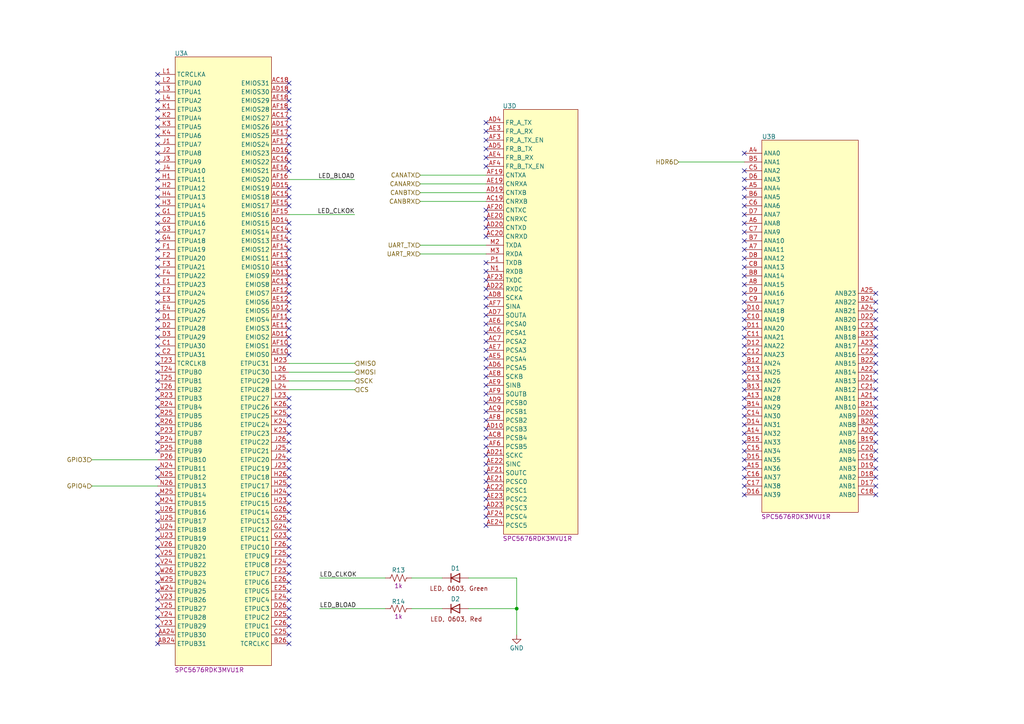
<source format=kicad_sch>
(kicad_sch (version 20231120) (generator "eeschema") (generator_version "8.0")
  (paper "A4")
  (lib_symbols
    (symbol "0603_Yageo_Res:RES_1k_0603" (pin_numbers hide)
      (property "Reference" "R" (at -20.32 5.08 0))
      (property "Display Value" "1k" (at 15.24 5.08 0))
      (symbol "RES_1k_0603_0_1"
        (polyline (pts (xy -2.286 0) (xy -2.54 0)))
        (polyline (pts (xy 2.286 0) (xy 2.54 0)))
        (polyline (pts (xy -2.286 0) (xy -1.905 1.016) (xy -1.524 0) (xy -1.143 -1.016) (xy -0.762 0)))
        (polyline (pts (xy -0.762 0) (xy -0.381 1.016) (xy 0 0) (xy 0.381 -1.016) (xy 0.762 0)))
        (polyline (pts (xy 0.762 0) (xy 1.143 1.016) (xy 1.524 0) (xy 1.905 -1.016) (xy 2.286 0)))
      )
      (symbol "RES_1k_0603_1_1"
        (pin passive line (at -3.81 0 0) (length 1.27) (name "~") (number "1"))
        (pin passive line (at 3.81 0 180) (length 1.27) (name "~") (number "2"))
      )
    )
    (symbol "NAE_Diodes:APT1608SRCPRV_Green" (pin_numbers hide)
      (property "Reference" "D" (at 0 2.794 0))
      (symbol "APT1608SRCPRV_Green_0_1"
        (polyline (pts (xy -5.842 -2.286) (xy -5.842 -2.286)))
        (polyline (pts (xy -1.27 1.27) (xy -1.27 -1.27)) (stroke (width 0.254)))
        (polyline (pts (xy 1.27 0) (xy -1.27 0)))
        (polyline (pts (xy 1.27 1.27) (xy 1.27 -1.27) (xy -1.27 0) (xy 1.27 1.27)) (stroke (width 0.254)))
      )
      (symbol "APT1608SRCPRV_Green_1_1"
        (text "LED, 0603, Green\n" (at 1.016 -3.048 0) (effects (font (size 1.27 1.27))))
        (pin passive line (at -3.81 0 0) (length 2.54) (name "") (number "1"))
        (pin passive line (at 3.81 0 180) (length 2.54) (name "") (number "2"))
      )
    )
    (symbol "NAE_Diodes:APT1608SRCPRV_Red" (pin_numbers hide)
      (property "Reference" "D" (at 0 2.794 0))
      (symbol "APT1608SRCPRV_Red_0_1"
        (polyline (pts (xy -6.604 -2.286) (xy -6.604 -2.286)))
        (polyline (pts (xy -1.27 1.27) (xy -1.27 -1.27)) (stroke (width 0.254)))
        (polyline (pts (xy 1.27 0) (xy -1.27 0)))
        (polyline (pts (xy 1.27 1.27) (xy 1.27 -1.27) (xy -1.27 0) (xy 1.27 1.27)) (stroke (width 0.254)))
      )
      (symbol "APT1608SRCPRV_Red_1_1"
        (text "LED, 0603, Red" (at 0.254 -3.048 0) (effects (font (size 1.27 1.27))))
        (pin passive line (at -3.81 0 0) (length 2.54) (name "") (number "1"))
        (pin passive line (at 3.81 0 180) (length 2.54) (name "") (number "2"))
      )
    )
    (symbol "NAE_Integrated_Circuits:SPC5676RDK3MVU1R"
      (property "Reference" "U" (at -12.7 6.35 0))
      (property "Display Value" "SPC5676RDK3MVU1R" (at -3.81 -172.72 0))
      (symbol "SPC5676RDK3MVU1R_1_1"
        (rectangle (start -13.97 5.08) (end 13.97 -171.45) (fill (type background)))
        (pin unspecified line (at -19.05 -162.56 0) (length 5.08) (name "ETPUB30") (number "AA24"))
        (pin unspecified line (at -19.05 -165.1 0) (length 5.08) (name "ETPUB31") (number "AB24"))
        (pin unspecified line (at 19.05 -60.96 180) (length 5.08) (name "EMIOS8") (number "AC13"))
        (pin unspecified line (at 19.05 -45.72 180) (length 5.08) (name "EMIOS14") (number "AC14"))
        (pin unspecified line (at 19.05 -35.56 180) (length 5.08) (name "EMIOS18") (number "AC15"))
        (pin unspecified line (at 19.05 -25.4 180) (length 5.08) (name "EMIOS22") (number "AC16"))
        (pin unspecified line (at 19.05 -12.7 180) (length 5.08) (name "EMIOS27") (number "AC17"))
        (pin unspecified line (at 19.05 -2.54 180) (length 5.08) (name "EMIOS31") (number "AC18"))
        (pin unspecified line (at 19.05 -76.2 180) (length 5.08) (name "EMIOS2") (number "AD11"))
        (pin unspecified line (at 19.05 -68.58 180) (length 5.08) (name "EMIOS5") (number "AD12"))
        (pin unspecified line (at 19.05 -58.42 180) (length 5.08) (name "EMIOS9") (number "AD13"))
        (pin unspecified line (at 19.05 -43.18 180) (length 5.08) (name "EMIOS15") (number "AD14"))
        (pin unspecified line (at 19.05 -33.02 180) (length 5.08) (name "EMIOS19") (number "AD15"))
        (pin unspecified line (at 19.05 -22.86 180) (length 5.08) (name "EMIOS23") (number "AD16"))
        (pin unspecified line (at 19.05 -15.24 180) (length 5.08) (name "EMIOS26") (number "AD17"))
        (pin unspecified line (at 19.05 -5.08 180) (length 5.08) (name "EMIOS30") (number "AD18"))
        (pin unspecified line (at 19.05 -81.28 180) (length 5.08) (name "EMIOS0") (number "AE10"))
        (pin unspecified line (at 19.05 -73.66 180) (length 5.08) (name "EMIOS3") (number "AE11"))
        (pin unspecified line (at 19.05 -66.04 180) (length 5.08) (name "EMIOS6") (number "AE12"))
        (pin unspecified line (at 19.05 -55.88 180) (length 5.08) (name "EMIOS10") (number "AE13"))
        (pin unspecified line (at 19.05 -48.26 180) (length 5.08) (name "EMIOS13") (number "AE14"))
        (pin unspecified line (at 19.05 -38.1 180) (length 5.08) (name "EMIOS17") (number "AE15"))
        (pin unspecified line (at 19.05 -27.94 180) (length 5.08) (name "EMIOS21") (number "AE16"))
        (pin unspecified line (at 19.05 -17.78 180) (length 5.08) (name "EMIOS25") (number "AE17"))
        (pin unspecified line (at 19.05 -7.62 180) (length 5.08) (name "EMIOS29") (number "AE18"))
        (pin unspecified line (at 19.05 -78.74 180) (length 5.08) (name "EMIOS1") (number "AF10"))
        (pin unspecified line (at 19.05 -71.12 180) (length 5.08) (name "EMIOS4") (number "AF11"))
        (pin unspecified line (at 19.05 -63.5 180) (length 5.08) (name "EMIOS7") (number "AF12"))
        (pin unspecified line (at 19.05 -53.34 180) (length 5.08) (name "EMIOS11") (number "AF13"))
        (pin unspecified line (at 19.05 -50.8 180) (length 5.08) (name "EMIOS12") (number "AF14"))
        (pin unspecified line (at 19.05 -40.64 180) (length 5.08) (name "EMIOS16") (number "AF15"))
        (pin unspecified line (at 19.05 -30.48 180) (length 5.08) (name "EMIOS20") (number "AF16"))
        (pin unspecified line (at 19.05 -20.32 180) (length 5.08) (name "EMIOS24") (number "AF17"))
        (pin unspecified line (at 19.05 -10.16 180) (length 5.08) (name "EMIOS28") (number "AF18"))
        (pin unspecified line (at 19.05 -165.1 180) (length 5.08) (name "TCRCLKC") (number "B26"))
        (pin unspecified line (at -19.05 -78.74 0) (length 5.08) (name "ETPUA30") (number "C1"))
        (pin unspecified line (at -19.05 -81.28 0) (length 5.08) (name "ETPUA31") (number "C2"))
        (pin unspecified line (at 19.05 -162.56 180) (length 5.08) (name "ETPUC0") (number "C25"))
        (pin unspecified line (at 19.05 -160.02 180) (length 5.08) (name "ETPUC1") (number "C26"))
        (pin unspecified line (at -19.05 -71.12 0) (length 5.08) (name "ETPUA27") (number "D1"))
        (pin unspecified line (at -19.05 -73.66 0) (length 5.08) (name "ETPUA28") (number "D2"))
        (pin unspecified line (at 19.05 -157.48 180) (length 5.08) (name "ETPUC2") (number "D25"))
        (pin unspecified line (at 19.05 -154.94 180) (length 5.08) (name "ETPUC3") (number "D26"))
        (pin unspecified line (at -19.05 -76.2 0) (length 5.08) (name "ETPUA29") (number "D3"))
        (pin unspecified line (at -19.05 -60.96 0) (length 5.08) (name "ETPUA23") (number "E1"))
        (pin unspecified line (at -19.05 -63.5 0) (length 5.08) (name "ETPUA24") (number "E2"))
        (pin unspecified line (at 19.05 -152.4 180) (length 5.08) (name "ETPUC4") (number "E24"))
        (pin unspecified line (at 19.05 -149.86 180) (length 5.08) (name "ETPUC5") (number "E25"))
        (pin unspecified line (at 19.05 -147.32 180) (length 5.08) (name "ETPUC6") (number "E26"))
        (pin unspecified line (at -19.05 -66.04 0) (length 5.08) (name "ETPUA25") (number "E3"))
        (pin unspecified line (at -19.05 -68.58 0) (length 5.08) (name "ETPUA26") (number "E4"))
        (pin unspecified line (at -19.05 -50.8 0) (length 5.08) (name "ETPUA19") (number "F1"))
        (pin unspecified line (at -19.05 -53.34 0) (length 5.08) (name "ETPUA20") (number "F2"))
        (pin unspecified line (at 19.05 -144.78 180) (length 5.08) (name "ETPUC7") (number "F23"))
        (pin unspecified line (at 19.05 -142.24 180) (length 5.08) (name "ETPUC8") (number "F24"))
        (pin unspecified line (at 19.05 -139.7 180) (length 5.08) (name "ETPUC9") (number "F25"))
        (pin unspecified line (at 19.05 -137.16 180) (length 5.08) (name "ETPUC10") (number "F26"))
        (pin unspecified line (at -19.05 -55.88 0) (length 5.08) (name "ETPUA21") (number "F3"))
        (pin unspecified line (at -19.05 -58.42 0) (length 5.08) (name "ETPUA22") (number "F4"))
        (pin unspecified line (at -19.05 -40.64 0) (length 5.08) (name "ETPUA15") (number "G1"))
        (pin unspecified line (at -19.05 -43.18 0) (length 5.08) (name "ETPUA16") (number "G2"))
        (pin unspecified line (at 19.05 -134.62 180) (length 5.08) (name "ETPUC11") (number "G23"))
        (pin unspecified line (at 19.05 -132.08 180) (length 5.08) (name "ETPUC12") (number "G24"))
        (pin unspecified line (at 19.05 -129.54 180) (length 5.08) (name "ETPUC13") (number "G25"))
        (pin unspecified line (at 19.05 -127 180) (length 5.08) (name "ETPUC14") (number "G26"))
        (pin unspecified line (at -19.05 -45.72 0) (length 5.08) (name "ETPUA17") (number "G3"))
        (pin unspecified line (at -19.05 -48.26 0) (length 5.08) (name "ETPUA18") (number "G4"))
        (pin unspecified line (at -19.05 -30.48 0) (length 5.08) (name "ETPUA11") (number "H1"))
        (pin unspecified line (at -19.05 -33.02 0) (length 5.08) (name "ETPUA12") (number "H2"))
        (pin unspecified line (at 19.05 -124.46 180) (length 5.08) (name "ETPUC15") (number "H23"))
        (pin unspecified line (at 19.05 -121.92 180) (length 5.08) (name "ETPUC16") (number "H24"))
        (pin unspecified line (at 19.05 -119.38 180) (length 5.08) (name "ETPUC17") (number "H25"))
        (pin unspecified line (at 19.05 -116.84 180) (length 5.08) (name "ETPUC18") (number "H26"))
        (pin unspecified line (at -19.05 -38.1 0) (length 5.08) (name "ETPUA14") (number "H3"))
        (pin unspecified line (at -19.05 -35.56 0) (length 5.08) (name "ETPUA13") (number "H4"))
        (pin unspecified line (at -19.05 -20.32 0) (length 5.08) (name "ETPUA7") (number "J1"))
        (pin unspecified line (at -19.05 -22.86 0) (length 5.08) (name "ETPUA8") (number "J2"))
        (pin unspecified line (at 19.05 -114.3 180) (length 5.08) (name "ETPUC19") (number "J23"))
        (pin unspecified line (at 19.05 -111.76 180) (length 5.08) (name "ETPUC20") (number "J24"))
        (pin unspecified line (at 19.05 -109.22 180) (length 5.08) (name "ETPUC21") (number "J25"))
        (pin unspecified line (at 19.05 -106.68 180) (length 5.08) (name "ETPUC22") (number "J26"))
        (pin unspecified line (at -19.05 -25.4 0) (length 5.08) (name "ETPUA9") (number "J3"))
        (pin unspecified line (at -19.05 -27.94 0) (length 5.08) (name "ETPUA10") (number "J4"))
        (pin unspecified line (at -19.05 -10.16 0) (length 5.08) (name "ETPUA3") (number "K1"))
        (pin unspecified line (at -19.05 -12.7 0) (length 5.08) (name "ETPUA4") (number "K2"))
        (pin unspecified line (at 19.05 -104.14 180) (length 5.08) (name "ETPUC23") (number "K23"))
        (pin unspecified line (at 19.05 -101.6 180) (length 5.08) (name "ETPUC24") (number "K24"))
        (pin unspecified line (at 19.05 -99.06 180) (length 5.08) (name "ETPUC25") (number "K25"))
        (pin unspecified line (at 19.05 -96.52 180) (length 5.08) (name "ETPUC26") (number "K26"))
        (pin unspecified line (at -19.05 -15.24 0) (length 5.08) (name "ETPUA5") (number "K3"))
        (pin unspecified line (at -19.05 -17.78 0) (length 5.08) (name "ETPUA6") (number "K4"))
        (pin unspecified line (at -19.05 0 0) (length 5.08) (name "TCRCLKA") (number "L1"))
        (pin unspecified line (at -19.05 -2.54 0) (length 5.08) (name "ETPUA0") (number "L2"))
        (pin unspecified line (at 19.05 -93.98 180) (length 5.08) (name "ETPUC27") (number "L23"))
        (pin unspecified line (at 19.05 -91.44 180) (length 5.08) (name "ETPUC28") (number "L24"))
        (pin unspecified line (at 19.05 -88.9 180) (length 5.08) (name "ETPUC29") (number "L25"))
        (pin unspecified line (at 19.05 -86.36 180) (length 5.08) (name "ETPUC30") (number "L26"))
        (pin unspecified line (at -19.05 -5.08 0) (length 5.08) (name "ETPUA1") (number "L3"))
        (pin unspecified line (at -19.05 -7.62 0) (length 5.08) (name "ETPUA2") (number "L4"))
        (pin unspecified line (at 19.05 -83.82 180) (length 5.08) (name "ETPUC31") (number "M23"))
        (pin unspecified line (at -19.05 -124.46 0) (length 5.08) (name "ETPUB15") (number "M24"))
        (pin unspecified line (at -19.05 -121.92 0) (length 5.08) (name "ETPUB14") (number "M25"))
        (pin unspecified line (at -19.05 -114.3 0) (length 5.08) (name "ETPUB11") (number "N24"))
        (pin unspecified line (at -19.05 -116.84 0) (length 5.08) (name "ETPUB12") (number "N25"))
        (pin unspecified line (at -19.05 -119.38 0) (length 5.08) (name "ETPUB13") (number "N26"))
        (pin unspecified line (at -19.05 -104.14 0) (length 5.08) (name "ETPUB7") (number "P23"))
        (pin unspecified line (at -19.05 -106.68 0) (length 5.08) (name "ETPUB8") (number "P24"))
        (pin unspecified line (at -19.05 -109.22 0) (length 5.08) (name "ETPUB9") (number "P25"))
        (pin unspecified line (at -19.05 -111.76 0) (length 5.08) (name "ETPUB10") (number "P26"))
        (pin unspecified line (at -19.05 -93.98 0) (length 5.08) (name "ETPUB3") (number "R23"))
        (pin unspecified line (at -19.05 -96.52 0) (length 5.08) (name "ETPUB4") (number "R24"))
        (pin unspecified line (at -19.05 -99.06 0) (length 5.08) (name "ETPUB5") (number "R25"))
        (pin unspecified line (at -19.05 -101.6 0) (length 5.08) (name "ETPUB6") (number "R26"))
        (pin unspecified line (at -19.05 -83.82 0) (length 5.08) (name "TCRCLKB") (number "T23"))
        (pin unspecified line (at -19.05 -86.36 0) (length 5.08) (name "ETPUB0") (number "T24"))
        (pin unspecified line (at -19.05 -88.9 0) (length 5.08) (name "ETPUB1") (number "T25"))
        (pin unspecified line (at -19.05 -91.44 0) (length 5.08) (name "ETPUB2") (number "T26"))
        (pin unspecified line (at -19.05 -134.62 0) (length 5.08) (name "ETPUB19") (number "U23"))
        (pin unspecified line (at -19.05 -132.08 0) (length 5.08) (name "ETPUB18") (number "U24"))
        (pin unspecified line (at -19.05 -129.54 0) (length 5.08) (name "ETPUB17") (number "U25"))
        (pin unspecified line (at -19.05 -127 0) (length 5.08) (name "ETPUB16") (number "U26"))
        (pin unspecified line (at -19.05 -152.4 0) (length 5.08) (name "ETPUB26") (number "V23"))
        (pin unspecified line (at -19.05 -142.24 0) (length 5.08) (name "ETPUB22") (number "V24"))
        (pin unspecified line (at -19.05 -139.7 0) (length 5.08) (name "ETPUB21") (number "V25"))
        (pin unspecified line (at -19.05 -137.16 0) (length 5.08) (name "ETPUB20") (number "V26"))
        (pin unspecified line (at -19.05 -149.86 0) (length 5.08) (name "ETPUB25") (number "W24"))
        (pin unspecified line (at -19.05 -147.32 0) (length 5.08) (name "ETPUB24") (number "W25"))
        (pin unspecified line (at -19.05 -144.78 0) (length 5.08) (name "ETPUB23") (number "W26"))
        (pin unspecified line (at -19.05 -160.02 0) (length 5.08) (name "ETPUB29") (number "Y23"))
        (pin unspecified line (at -19.05 -157.48 0) (length 5.08) (name "ETPUB28") (number "Y24"))
        (pin unspecified line (at -19.05 -154.94 0) (length 5.08) (name "ETPUB27") (number "Y25"))
      )
      (symbol "SPC5676RDK3MVU1R_2_1"
        (rectangle (start -13.97 3.81) (end 13.97 -104.14) (fill (type background)))
        (pin unspecified line (at -19.05 -71.12 0) (length 5.08) (name "AN28") (number "A13"))
        (pin unspecified line (at -19.05 -81.28 0) (length 5.08) (name "AN32") (number "A14"))
        (pin unspecified line (at -19.05 -91.44 0) (length 5.08) (name "AN36") (number "A15"))
        (pin unspecified line (at 19.05 -81.28 180) (length 5.08) (name "ANB7") (number "A20"))
        (pin unspecified line (at 19.05 -71.12 180) (length 5.08) (name "ANB11") (number "A21"))
        (pin unspecified line (at 19.05 -63.5 180) (length 5.08) (name "ANB14") (number "A22"))
        (pin unspecified line (at 19.05 -55.88 180) (length 5.08) (name "ANB17") (number "A23"))
        (pin unspecified line (at 19.05 -45.72 180) (length 5.08) (name "ANB21") (number "A24"))
        (pin unspecified line (at 19.05 -40.64 180) (length 5.08) (name "ANB23") (number "A25"))
        (pin unspecified line (at -19.05 0 0) (length 5.08) (name "ANA0") (number "A4"))
        (pin unspecified line (at -19.05 -10.16 0) (length 5.08) (name "ANA4") (number "A5"))
        (pin unspecified line (at -19.05 -20.32 0) (length 5.08) (name "ANA8") (number "A6"))
        (pin unspecified line (at -19.05 -27.94 0) (length 5.08) (name "ANA11") (number "A7"))
        (pin unspecified line (at -19.05 -38.1 0) (length 5.08) (name "ANA15") (number "A8"))
        (pin unspecified line (at -19.05 -60.96 0) (length 5.08) (name "AN24") (number "B12"))
        (pin unspecified line (at -19.05 -68.58 0) (length 5.08) (name "AN27") (number "B13"))
        (pin unspecified line (at -19.05 -73.66 0) (length 5.08) (name "AN29") (number "B14"))
        (pin unspecified line (at -19.05 -83.82 0) (length 5.08) (name "AN33") (number "B15"))
        (pin unspecified line (at 19.05 -83.82 180) (length 5.08) (name "ANB6") (number "B19"))
        (pin unspecified line (at 19.05 -78.74 180) (length 5.08) (name "ANB8") (number "B20"))
        (pin unspecified line (at 19.05 -73.66 180) (length 5.08) (name "ANB10") (number "B21"))
        (pin unspecified line (at 19.05 -60.96 180) (length 5.08) (name "ANB15") (number "B22"))
        (pin unspecified line (at 19.05 -53.34 180) (length 5.08) (name "ANB18") (number "B23"))
        (pin unspecified line (at 19.05 -43.18 180) (length 5.08) (name "ANB22") (number "B24"))
        (pin unspecified line (at -19.05 -2.54 0) (length 5.08) (name "ANA1") (number "B5"))
        (pin unspecified line (at -19.05 -12.7 0) (length 5.08) (name "ANA5") (number "B6"))
        (pin unspecified line (at -19.05 -25.4 0) (length 5.08) (name "ANA10") (number "B7"))
        (pin unspecified line (at -19.05 -35.56 0) (length 5.08) (name "ANA14") (number "B8"))
        (pin unspecified line (at -19.05 -48.26 0) (length 5.08) (name "ANA19") (number "C10"))
        (pin unspecified line (at -19.05 -53.34 0) (length 5.08) (name "ANA21") (number "C11"))
        (pin unspecified line (at -19.05 -58.42 0) (length 5.08) (name "ANA23") (number "C12"))
        (pin unspecified line (at -19.05 -66.04 0) (length 5.08) (name "AN26") (number "C13"))
        (pin unspecified line (at -19.05 -76.2 0) (length 5.08) (name "AN30") (number "C14"))
        (pin unspecified line (at -19.05 -86.36 0) (length 5.08) (name "AN34") (number "C15"))
        (pin unspecified line (at -19.05 -93.98 0) (length 5.08) (name "AN37") (number "C16"))
        (pin unspecified line (at -19.05 -96.52 0) (length 5.08) (name "AN38") (number "C17"))
        (pin unspecified line (at 19.05 -99.06 180) (length 5.08) (name "ANB0") (number "C18"))
        (pin unspecified line (at 19.05 -88.9 180) (length 5.08) (name "ANB4") (number "C19"))
        (pin unspecified line (at 19.05 -86.36 180) (length 5.08) (name "ANB5") (number "C20"))
        (pin unspecified line (at 19.05 -68.58 180) (length 5.08) (name "ANB12") (number "C21"))
        (pin unspecified line (at 19.05 -58.42 180) (length 5.08) (name "ANB16") (number "C22"))
        (pin unspecified line (at 19.05 -50.8 180) (length 5.08) (name "ANB19") (number "C23"))
        (pin unspecified line (at -19.05 -5.08 0) (length 5.08) (name "ANA2") (number "C5"))
        (pin unspecified line (at -19.05 -15.24 0) (length 5.08) (name "ANA6") (number "C6"))
        (pin unspecified line (at -19.05 -22.86 0) (length 5.08) (name "ANA9") (number "C7"))
        (pin unspecified line (at -19.05 -33.02 0) (length 5.08) (name "ANA13") (number "C8"))
        (pin unspecified line (at -19.05 -43.18 0) (length 5.08) (name "ANA17") (number "C9"))
        (pin unspecified line (at -19.05 -45.72 0) (length 5.08) (name "ANA18") (number "D10"))
        (pin unspecified line (at -19.05 -50.8 0) (length 5.08) (name "ANA20") (number "D11"))
        (pin unspecified line (at -19.05 -55.88 0) (length 5.08) (name "ANA22") (number "D12"))
        (pin unspecified line (at -19.05 -63.5 0) (length 5.08) (name "AN25") (number "D13"))
        (pin unspecified line (at -19.05 -78.74 0) (length 5.08) (name "AN31") (number "D14"))
        (pin unspecified line (at -19.05 -88.9 0) (length 5.08) (name "AN35") (number "D15"))
        (pin unspecified line (at -19.05 -99.06 0) (length 5.08) (name "AN39") (number "D16"))
        (pin unspecified line (at 19.05 -96.52 180) (length 5.08) (name "ANB1") (number "D17"))
        (pin unspecified line (at 19.05 -93.98 180) (length 5.08) (name "ANB2") (number "D18"))
        (pin unspecified line (at 19.05 -91.44 180) (length 5.08) (name "ANB3") (number "D19"))
        (pin unspecified line (at 19.05 -76.2 180) (length 5.08) (name "ANB9") (number "D20"))
        (pin unspecified line (at 19.05 -66.04 180) (length 5.08) (name "ANB13") (number "D21"))
        (pin unspecified line (at 19.05 -48.26 180) (length 5.08) (name "ANB20") (number "D22"))
        (pin unspecified line (at -19.05 -7.62 0) (length 5.08) (name "ANA3") (number "D6"))
        (pin unspecified line (at -19.05 -17.78 0) (length 5.08) (name "ANA7") (number "D7"))
        (pin unspecified line (at -19.05 -30.48 0) (length 5.08) (name "ANA12") (number "D8"))
        (pin unspecified line (at -19.05 -40.64 0) (length 5.08) (name "ANA16") (number "D9"))
      )
      (symbol "SPC5676RDK3MVU1R_3_1"
        (rectangle (start -13.97 5.08) (end 13.97 -43.18) (fill (type background)))
        (pin unspecified line (at 19.05 -33.02 180) (length 5.08) (name "REF-BYPCA1") (number "A10"))
        (pin unspecified line (at -19.05 -2.54 0) (length 5.08) (name "VRL_A") (number "A11"))
        (pin unspecified line (at -19.05 0 0) (length 5.08) (name "VRH_A") (number "A12"))
        (pin unspecified line (at 19.05 -15.24 180) (length 5.08) (name "VDDA_B0") (number "A16"))
        (pin unspecified line (at 19.05 -35.56 180) (length 5.08) (name "REF-BYPCB1") (number "A17"))
        (pin unspecified line (at -19.05 -7.62 0) (length 5.08) (name "VRL_B") (number "A18"))
        (pin unspecified line (at -19.05 -5.08 0) (length 5.08) (name "VRH_B") (number "A19"))
        (pin unspecified line (at 19.05 -7.62 180) (length 5.08) (name "VDDA_A0") (number "A9"))
        (pin unspecified line (at -19.05 -25.4 0) (length 5.08) (name "VDDREG") (number "AA25"))
        (pin unspecified line (at -19.05 -33.02 0) (length 5.08) (name "VSSSYN") (number "AA26"))
        (pin unspecified line (at -19.05 -38.1 0) (length 5.08) (name "VSSFL") (number "AB25"))
        (pin unspecified line (at -19.05 -30.48 0) (length 5.08) (name "VDDSYN") (number "AD26"))
        (pin unspecified line (at 19.05 -25.4 180) (length 5.08) (name "VSSA_A1") (number "B10"))
        (pin unspecified line (at 19.05 -30.48 180) (length 5.08) (name "REF-BYPCA") (number "B11"))
        (pin unspecified line (at 19.05 -17.78 180) (length 5.08) (name "VDDA_B1") (number "B16"))
        (pin unspecified line (at 19.05 -22.86 180) (length 5.08) (name "VSSA_B0") (number "B17"))
        (pin unspecified line (at 19.05 -38.1 180) (length 5.08) (name "REF-BYPCB") (number "B18"))
        (pin unspecified line (at 19.05 -10.16 180) (length 5.08) (name "VDDA_A1") (number "B9"))
        (pin unspecified line (at -19.05 -12.7 0) (length 5.08) (name "VSTBY") (number "M4"))
        (pin unspecified line (at -19.05 -17.78 0) (length 5.08) (name "REGSEL") (number "W23"))
        (pin unspecified line (at -19.05 -20.32 0) (length 5.08) (name "REGCTL") (number "Y26"))
      )
      (symbol "SPC5676RDK3MVU1R_4_1"
        (rectangle (start 0 3.81) (end 21.59 -119.38) (fill (type background)))
        (pin unspecified line (at -5.08 -22.86 0) (length 5.08) (name "CNRXB") (number "AC19"))
        (pin unspecified line (at -5.08 -33.02 0) (length 5.08) (name "CNRXD") (number "AC20"))
        (pin unspecified line (at -5.08 -106.68 0) (length 5.08) (name "PCSC1") (number "AC22"))
        (pin unspecified line (at -5.08 -60.96 0) (length 5.08) (name "PCSA1") (number "AC6"))
        (pin unspecified line (at -5.08 -63.5 0) (length 5.08) (name "PCSA2") (number "AC7"))
        (pin unspecified line (at -5.08 -91.44 0) (length 5.08) (name "PCSB4") (number "AC8"))
        (pin unspecified line (at -5.08 -83.82 0) (length 5.08) (name "PCSB1") (number "AC9"))
        (pin unspecified line (at -5.08 -88.9 0) (length 5.08) (name "PCSB3") (number "AD10"))
        (pin unspecified line (at -5.08 -20.32 0) (length 5.08) (name "CNTXB") (number "AD19"))
        (pin unspecified line (at -5.08 -30.48 0) (length 5.08) (name "CNTXD") (number "AD20"))
        (pin unspecified line (at -5.08 -96.52 0) (length 5.08) (name "SCKC") (number "AD21"))
        (pin unspecified line (at -5.08 -48.26 0) (length 5.08) (name "RXDC") (number "AD22"))
        (pin unspecified line (at -5.08 -111.76 0) (length 5.08) (name "PCSC3") (number "AD23"))
        (pin unspecified line (at -5.08 0 0) (length 5.08) (name "FR_A_TX") (number "AD4"))
        (pin unspecified line (at -5.08 -7.62 0) (length 5.08) (name "FR_B_TX") (number "AD5"))
        (pin unspecified line (at -5.08 -71.12 0) (length 5.08) (name "PCSA5") (number "AD6"))
        (pin unspecified line (at -5.08 -55.88 0) (length 5.08) (name "SOUTA") (number "AD7"))
        (pin unspecified line (at -5.08 -50.8 0) (length 5.08) (name "SCKA") (number "AD8"))
        (pin unspecified line (at -5.08 -81.28 0) (length 5.08) (name "PCSB0") (number "AD9"))
        (pin unspecified line (at -5.08 -17.78 0) (length 5.08) (name "CNRXA") (number "AE19"))
        (pin unspecified line (at -5.08 -27.94 0) (length 5.08) (name "CNRXC") (number "AE20"))
        (pin unspecified line (at -5.08 -104.14 0) (length 5.08) (name "PCSC0") (number "AE21"))
        (pin unspecified line (at -5.08 -99.06 0) (length 5.08) (name "SINC") (number "AE22"))
        (pin unspecified line (at -5.08 -109.22 0) (length 5.08) (name "PCSC2") (number "AE23"))
        (pin unspecified line (at -5.08 -116.84 0) (length 5.08) (name "PCSC5") (number "AE24"))
        (pin unspecified line (at -5.08 -2.54 0) (length 5.08) (name "FR_A_RX") (number "AE3"))
        (pin unspecified line (at -5.08 -10.16 0) (length 5.08) (name "FR_B_RX") (number "AE4"))
        (pin unspecified line (at -5.08 -68.58 0) (length 5.08) (name "PCSA4") (number "AE5"))
        (pin unspecified line (at -5.08 -58.42 0) (length 5.08) (name "PCSA0") (number "AE6"))
        (pin unspecified line (at -5.08 -66.04 0) (length 5.08) (name "PCSA3") (number "AE7"))
        (pin unspecified line (at -5.08 -73.66 0) (length 5.08) (name "SCKB") (number "AE8"))
        (pin unspecified line (at -5.08 -76.2 0) (length 5.08) (name "SINB") (number "AE9"))
        (pin unspecified line (at -5.08 -15.24 0) (length 5.08) (name "CNTXA") (number "AF19"))
        (pin unspecified line (at -5.08 -25.4 0) (length 5.08) (name "CNTXC") (number "AF20"))
        (pin unspecified line (at -5.08 -101.6 0) (length 5.08) (name "SOUTC") (number "AF21"))
        (pin unspecified line (at -5.08 -45.72 0) (length 5.08) (name "TXDC") (number "AF23"))
        (pin unspecified line (at -5.08 -114.3 0) (length 5.08) (name "PCSC4") (number "AF24"))
        (pin unspecified line (at -5.08 -5.08 0) (length 5.08) (name "FR_A_TX_EN") (number "AF3"))
        (pin unspecified line (at -5.08 -12.7 0) (length 5.08) (name "FR_B_TX_EN") (number "AF4"))
        (pin unspecified line (at -5.08 -93.98 0) (length 5.08) (name "PCSB5") (number "AF6"))
        (pin unspecified line (at -5.08 -53.34 0) (length 5.08) (name "SINA") (number "AF7"))
        (pin unspecified line (at -5.08 -86.36 0) (length 5.08) (name "PCSB2") (number "AF8"))
        (pin unspecified line (at -5.08 -78.74 0) (length 5.08) (name "SOUTB") (number "AF9"))
        (pin unspecified line (at -5.08 -35.56 0) (length 5.08) (name "TXDA") (number "M2"))
        (pin unspecified line (at -5.08 -38.1 0) (length 5.08) (name "RXDA") (number "M3"))
        (pin unspecified line (at -5.08 -43.18 0) (length 5.08) (name "RXDB") (number "N1"))
        (pin unspecified line (at -5.08 -40.64 0) (length 5.08) (name "TXDB") (number "P1"))
      )
      (symbol "SPC5676RDK3MVU1R_5_1"
        (rectangle (start 0 5.08) (end 24.13 -106.68) (fill (type background)))
        (pin unspecified line (at -5.08 -2.54 0) (length 5.08) (name "RSTOUT") (number "A3"))
        (pin unspecified line (at -5.08 -69.85 0) (length 5.08) (name "MDO12") (number "AA1"))
        (pin unspecified line (at -5.08 -72.39 0) (length 5.08) (name "MDO13") (number "AA2"))
        (pin unspecified line (at -5.08 -74.93 0) (length 5.08) (name "MDO14") (number "AA3"))
        (pin unspecified line (at -5.08 -92.71 0) (length 5.08) (name "TDO") (number "AB1"))
        (pin unspecified line (at -5.08 -87.63 0) (length 5.08) (name "TCK") (number "AB2"))
        (pin unspecified line (at -5.08 -22.86 0) (length 5.08) (name "EXTAL") (number "AB26"))
        (pin unspecified line (at -5.08 -95.25 0) (length 5.08) (name "TMS") (number "AB3"))
        (pin unspecified line (at -5.08 -90.17 0) (length 5.08) (name "TDI") (number "AC2"))
        (pin unspecified line (at -5.08 -20.32 0) (length 5.08) (name "XTAL") (number "AC26"))
        (pin unspecified line (at -5.08 -29.21 0) (length 5.08) (name "ENGCLK") (number "AD1"))
        (pin unspecified line (at -5.08 -100.33 0) (length 5.08) (name "TEST") (number "B4"))
        (pin unspecified line (at -5.08 -5.08 0) (length 5.08) (name "BOOT-CFG1") (number "N2"))
        (pin unspecified line (at -5.08 -10.16 0) (length 5.08) (name "WKPCFG") (number "N3"))
        (pin unspecified line (at -5.08 -15.24 0) (length 5.08) (name "PLLCFG1") (number "P2"))
        (pin unspecified line (at -5.08 -17.78 0) (length 5.08) (name "PLLCFG2") (number "P3"))
        (pin unspecified line (at -5.08 -97.79 0) (length 5.08) (name "JCOMP") (number "R1"))
        (pin unspecified line (at -5.08 0 0) (length 5.08) (name "RESET") (number "R2"))
        (pin unspecified line (at -5.08 -12.7 0) (length 5.08) (name "PLLCFG0") (number "R3"))
        (pin unspecified line (at -5.08 -85.09 0) (length 5.08) (name "RDY") (number "R4"))
        (pin unspecified line (at -5.08 -36.83 0) (length 5.08) (name "MCKO") (number "T2"))
        (pin unspecified line (at -5.08 -82.55 0) (length 5.08) (name "MSEO1") (number "T3"))
        (pin unspecified line (at -5.08 -31.75 0) (length 5.08) (name "EVTI") (number "T4"))
        (pin unspecified line (at -5.08 -34.29 0) (length 5.08) (name "EVTO") (number "U1"))
        (pin unspecified line (at -5.08 -80.01 0) (length 5.08) (name "MSEO0") (number "U2"))
        (pin unspecified line (at -5.08 -39.37 0) (length 5.08) (name "MDO0") (number "U3"))
        (pin unspecified line (at -5.08 -41.91 0) (length 5.08) (name "MDO1") (number "U4"))
        (pin unspecified line (at -5.08 -44.45 0) (length 5.08) (name "MDO2") (number "V1"))
        (pin unspecified line (at -5.08 -46.99 0) (length 5.08) (name "MDO3") (number "V2"))
        (pin unspecified line (at -5.08 -49.53 0) (length 5.08) (name "MDO4") (number "V3"))
        (pin unspecified line (at -5.08 -52.07 0) (length 5.08) (name "MDO5") (number "V4"))
        (pin unspecified line (at -5.08 -54.61 0) (length 5.08) (name "MDO6") (number "W1"))
        (pin unspecified line (at -5.08 -57.15 0) (length 5.08) (name "MDO7") (number "W2"))
        (pin unspecified line (at -5.08 -59.69 0) (length 5.08) (name "MDO8") (number "W3"))
        (pin unspecified line (at -5.08 -62.23 0) (length 5.08) (name "MDO9") (number "Y1"))
        (pin unspecified line (at -5.08 -64.77 0) (length 5.08) (name "MDO10") (number "Y2"))
        (pin unspecified line (at -5.08 -67.31 0) (length 5.08) (name "MDO11") (number "Y3"))
        (pin unspecified line (at -5.08 -77.47 0) (length 5.08) (name "MDO15") (number "Y4"))
      )
      (symbol "SPC5676RDK3MVU1R_6_1"
        (rectangle (start -13.97 5.08) (end 13.97 -157.48) (fill (type background)))
        (pin unspecified line (at -19.05 -132.08 0) (length 5.08) (name "VSS") (number "A1"))
        (pin unspecified line (at -19.05 0 0) (length 5.08) (name "VDD") (number "A2"))
        (pin unspecified line (at -19.05 -142.24 0) (length 5.08) (name "VSS") (number "A26"))
        (pin unspecified line (at -19.05 -44.45 0) (length 5.08) (name "VDD33_3") (number "AA23"))
        (pin unspecified line (at -19.05 -41.91 0) (length 5.08) (name "VDD33_2") (number "AA4"))
        (pin unspecified line (at -19.05 -10.16 0) (length 5.08) (name "VDD") (number "AB23"))
        (pin unspecified line (at -19.05 -22.86 0) (length 5.08) (name "VDD") (number "AB4"))
        (pin unspecified line (at -19.05 -60.96 0) (length 5.08) (name "VDDE2") (number "AC1"))
        (pin unspecified line (at -19.05 -100.33 0) (length 5.08) (name "VDDEH3") (number "AC10"))
        (pin unspecified line (at -19.05 -107.95 0) (length 5.08) (name "VDDEH4") (number "AC11"))
        (pin unspecified line (at -19.05 -20.32 0) (length 5.08) (name "VDD") (number "AC12"))
        (pin unspecified line (at -19.05 -113.03 0) (length 5.08) (name "VDDEH5") (number "AC21"))
        (pin unspecified line (at 19.05 -152.4 180) (length 5.08) (name "VSS") (number "AC23"))
        (pin unspecified line (at -19.05 -12.7 0) (length 5.08) (name "VDD") (number "AC24"))
        (pin unspecified line (at -19.05 -118.11 0) (length 5.08) (name "VDDEH6") (number "AC25"))
        (pin unspecified line (at -19.05 -25.4 0) (length 5.08) (name "VDD") (number "AC3"))
        (pin unspecified line (at 19.05 -134.62 180) (length 5.08) (name "VSS") (number "AC4"))
        (pin unspecified line (at -19.05 -55.88 0) (length 5.08) (name "VDDE2") (number "AC5"))
        (pin unspecified line (at -19.05 -27.94 0) (length 5.08) (name "VDD") (number "AD2"))
        (pin unspecified line (at 19.05 -149.86 180) (length 5.08) (name "VSS") (number "AD24"))
        (pin unspecified line (at -19.05 -15.24 0) (length 5.08) (name "VDD") (number "AD25"))
        (pin unspecified line (at 19.05 -137.16 180) (length 5.08) (name "VSS") (number "AD3"))
        (pin unspecified line (at -19.05 -30.48 0) (length 5.08) (name "VDD") (number "AE1"))
        (pin unspecified line (at 19.05 -139.7 180) (length 5.08) (name "VSS") (number "AE2"))
        (pin unspecified line (at 19.05 -147.32 180) (length 5.08) (name "VSS") (number "AE25"))
        (pin unspecified line (at -19.05 -17.78 0) (length 5.08) (name "VDD") (number "AE26"))
        (pin unspecified line (at 19.05 -142.24 180) (length 5.08) (name "VSS") (number "AF1"))
        (pin unspecified line (at -19.05 -58.42 0) (length 5.08) (name "VDDE2") (number "AF2"))
        (pin unspecified line (at -19.05 -105.41 0) (length 5.08) (name "VDDEH4") (number "AF22"))
        (pin unspecified line (at -19.05 -110.49 0) (length 5.08) (name "VDDEH5") (number "AF25"))
        (pin unspecified line (at 19.05 -144.78 180) (length 5.08) (name "VSS") (number "AF26"))
        (pin unspecified line (at -19.05 -102.87 0) (length 5.08) (name "VDDEH3") (number "AF5"))
        (pin unspecified line (at -19.05 -97.79 0) (length 5.08) (name "VDDEH1") (number "B1"))
        (pin unspecified line (at -19.05 -134.62 0) (length 5.08) (name "VSS") (number "B2"))
        (pin unspecified line (at -19.05 -144.78 0) (length 5.08) (name "VSS") (number "B25"))
        (pin unspecified line (at -19.05 -2.54 0) (length 5.08) (name "VDD") (number "B3"))
        (pin unspecified line (at -19.05 -147.32 0) (length 5.08) (name "VSS") (number "C24"))
        (pin unspecified line (at -19.05 -137.16 0) (length 5.08) (name "VSS") (number "C3"))
        (pin unspecified line (at -19.05 -5.08 0) (length 5.08) (name "VDD") (number "C4"))
        (pin unspecified line (at -19.05 -149.86 0) (length 5.08) (name "VSS") (number "D23"))
        (pin unspecified line (at -19.05 -120.65 0) (length 5.08) (name "VDDEH7") (number "D24"))
        (pin unspecified line (at -19.05 -139.7 0) (length 5.08) (name "VSS") (number "D4"))
        (pin unspecified line (at -19.05 -7.62 0) (length 5.08) (name "VDD") (number "D5"))
        (pin unspecified line (at -19.05 -123.19 0) (length 5.08) (name "VDDEH7") (number "E23"))
        (pin unspecified line (at 19.05 0 180) (length 5.08) (name "VSS") (number "K10"))
        (pin unspecified line (at 19.05 -2.54 180) (length 5.08) (name "VSS") (number "K11"))
        (pin unspecified line (at 19.05 -5.08 180) (length 5.08) (name "VSS") (number "K12"))
        (pin unspecified line (at 19.05 -7.62 180) (length 5.08) (name "VSS") (number "K13"))
        (pin unspecified line (at 19.05 -10.16 180) (length 5.08) (name "VSS") (number "K14"))
        (pin unspecified line (at 19.05 -12.7 180) (length 5.08) (name "VSS") (number "K15"))
        (pin unspecified line (at 19.05 -15.24 180) (length 5.08) (name "VSS") (number "K16"))
        (pin unspecified line (at 19.05 -17.78 180) (length 5.08) (name "VSS") (number "K17"))
        (pin unspecified line (at 19.05 -20.32 180) (length 5.08) (name "VSS") (number "L10"))
        (pin unspecified line (at 19.05 -22.86 180) (length 5.08) (name "VSS") (number "L11"))
        (pin unspecified line (at 19.05 -25.4 180) (length 5.08) (name "VSS") (number "L12"))
        (pin unspecified line (at 19.05 -27.94 180) (length 5.08) (name "VSS") (number "L13"))
        (pin unspecified line (at 19.05 -30.48 180) (length 5.08) (name "VSS") (number "L14"))
        (pin unspecified line (at 19.05 -33.02 180) (length 5.08) (name "VSS") (number "L15"))
        (pin unspecified line (at 19.05 -35.56 180) (length 5.08) (name "VSS") (number "L16"))
        (pin unspecified line (at 19.05 -38.1 180) (length 5.08) (name "VSS") (number "L17"))
        (pin unspecified line (at -19.05 -39.37 0) (length 5.08) (name "VDD33_1") (number "M1"))
        (pin unspecified line (at 19.05 -40.64 180) (length 5.08) (name "VSS") (number "M10"))
        (pin unspecified line (at 19.05 -43.18 180) (length 5.08) (name "VSS") (number "M11"))
        (pin unspecified line (at 19.05 -45.72 180) (length 5.08) (name "VSS") (number "M12"))
        (pin unspecified line (at 19.05 -48.26 180) (length 5.08) (name "VSS") (number "M13"))
        (pin unspecified line (at 19.05 -50.8 180) (length 5.08) (name "VSS") (number "M14"))
        (pin unspecified line (at 19.05 -53.34 180) (length 5.08) (name "VSS") (number "M15"))
        (pin unspecified line (at 19.05 -55.88 180) (length 5.08) (name "VSS") (number "M16"))
        (pin unspecified line (at 19.05 -58.42 180) (length 5.08) (name "VSS") (number "M17"))
        (pin unspecified line (at -19.05 -125.73 0) (length 5.08) (name "VDDEH7") (number "M26"))
        (pin unspecified line (at -19.05 -63.5 0) (length 5.08) (name "VDDE2") (number "N10"))
        (pin unspecified line (at 19.05 -60.96 180) (length 5.08) (name "VSS") (number "N11"))
        (pin unspecified line (at 19.05 -63.5 180) (length 5.08) (name "VSS") (number "N12"))
        (pin unspecified line (at 19.05 -66.04 180) (length 5.08) (name "VSS") (number "N13"))
        (pin unspecified line (at 19.05 -68.58 180) (length 5.08) (name "VSS") (number "N14"))
        (pin unspecified line (at 19.05 -71.12 180) (length 5.08) (name "VSS") (number "N15"))
        (pin unspecified line (at 19.05 -73.66 180) (length 5.08) (name "VSS") (number "N16"))
        (pin unspecified line (at 19.05 -76.2 180) (length 5.08) (name "VSS") (number "N17"))
        (pin unspecified line (at -19.05 -115.57 0) (length 5.08) (name "VDDEH6") (number "N23"))
        (pin unspecified line (at -19.05 -33.02 0) (length 5.08) (name "VDD") (number "N4"))
        (pin unspecified line (at -19.05 -66.04 0) (length 5.08) (name "VDDE2") (number "P10"))
        (pin unspecified line (at -19.05 -68.58 0) (length 5.08) (name "VDDE2") (number "P11"))
        (pin unspecified line (at 19.05 -78.74 180) (length 5.08) (name "VSS") (number "P12"))
        (pin unspecified line (at 19.05 -81.28 180) (length 5.08) (name "VSS") (number "P13"))
        (pin unspecified line (at 19.05 -83.82 180) (length 5.08) (name "VSS") (number "P14"))
        (pin unspecified line (at 19.05 -86.36 180) (length 5.08) (name "VSS") (number "P15"))
        (pin unspecified line (at 19.05 -88.9 180) (length 5.08) (name "VSS") (number "P16"))
        (pin unspecified line (at 19.05 -91.44 180) (length 5.08) (name "VSS") (number "P17"))
        (pin unspecified line (at -19.05 -95.25 0) (length 5.08) (name "VDDEH1") (number "P4"))
        (pin unspecified line (at -19.05 -71.12 0) (length 5.08) (name "VDDE2") (number "R10"))
        (pin unspecified line (at -19.05 -73.66 0) (length 5.08) (name "VDDE2") (number "R11"))
        (pin unspecified line (at 19.05 -93.98 180) (length 5.08) (name "VSS") (number "R12"))
        (pin unspecified line (at 19.05 -96.52 180) (length 5.08) (name "VSS") (number "R13"))
        (pin unspecified line (at 19.05 -99.06 180) (length 5.08) (name "VSS") (number "R14"))
        (pin unspecified line (at 19.05 -101.6 180) (length 5.08) (name "VSS") (number "R15"))
        (pin unspecified line (at 19.05 -104.14 180) (length 5.08) (name "VSS") (number "R16"))
        (pin unspecified line (at 19.05 -106.68 180) (length 5.08) (name "VSS") (number "R17"))
        (pin unspecified line (at -19.05 -50.8 0) (length 5.08) (name "VDDE2") (number "T1"))
        (pin unspecified line (at -19.05 -76.2 0) (length 5.08) (name "VDDE2") (number "T10"))
        (pin unspecified line (at -19.05 -78.74 0) (length 5.08) (name "VDDE2") (number "T11"))
        (pin unspecified line (at -19.05 -81.28 0) (length 5.08) (name "VDDE2") (number "T12"))
        (pin unspecified line (at 19.05 -109.22 180) (length 5.08) (name "VSS") (number "T13"))
        (pin unspecified line (at 19.05 -111.76 180) (length 5.08) (name "VSS") (number "T14"))
        (pin unspecified line (at 19.05 -114.3 180) (length 5.08) (name "VSS") (number "T15"))
        (pin unspecified line (at 19.05 -116.84 180) (length 5.08) (name "VSS") (number "T16"))
        (pin unspecified line (at 19.05 -119.38 180) (length 5.08) (name "VSS") (number "T17"))
        (pin unspecified line (at -19.05 -83.82 0) (length 5.08) (name "VDDE2") (number "U10"))
        (pin unspecified line (at -19.05 -86.36 0) (length 5.08) (name "VDDE2") (number "U11"))
        (pin unspecified line (at -19.05 -88.9 0) (length 5.08) (name "VDDE2") (number "U12"))
        (pin unspecified line (at 19.05 -121.92 180) (length 5.08) (name "VSS") (number "U13"))
        (pin unspecified line (at 19.05 -124.46 180) (length 5.08) (name "VSS") (number "U14"))
        (pin unspecified line (at 19.05 -127 180) (length 5.08) (name "VSS") (number "U15"))
        (pin unspecified line (at 19.05 -129.54 180) (length 5.08) (name "VSS") (number "U16"))
        (pin unspecified line (at 19.05 -132.08 180) (length 5.08) (name "VSS") (number "U17"))
        (pin unspecified line (at -19.05 -53.34 0) (length 5.08) (name "VDDE2") (number "W4"))
      )
    )
    (symbol "power:GND" (power) (pin_numbers hide) (pin_names (offset 0) hide)
      (property "Value" "GND" (at 0 -3.81 0))
      (symbol "GND_0_1"
        (polyline (pts (xy 0 0) (xy 0 -1.27) (xy 1.27 -1.27) (xy 0 -2.54) (xy -1.27 -1.27) (xy 0 -1.27)))
      )
      (symbol "GND_1_1"
        (pin power_in line (at 0 0 270) (length 0) (name "~") (number "1"))
      )
    )
  )
  (junction (at 149.86 176.53))
  (no_connect (at 83.82 140.97))
  (no_connect (at 83.82 125.73))
  (no_connect (at 45.72 171.45))
  (no_connect (at 254 102.87))
  (no_connect (at 140.97 38.1))
  (no_connect (at 83.82 146.05))
  (no_connect (at 140.97 104.14))
  (no_connect (at 254 135.89))
  (no_connect (at 83.82 118.11))
  (no_connect (at 215.9 44.45))
  (no_connect (at 215.9 59.69))
  (no_connect (at 83.82 151.13))
  (no_connect (at 83.82 95.25))
  (no_connect (at 254 143.51))
  (no_connect (at 140.97 142.24))
  (no_connect (at 83.82 123.19))
  (no_connect (at 45.72 85.09))
  (no_connect (at 83.82 67.31))
  (no_connect (at 215.9 77.47))
  (no_connect (at 140.97 60.96))
  (no_connect (at 215.9 118.11))
  (no_connect (at 45.72 135.89))
  (no_connect (at 140.97 109.22))
  (no_connect (at 254 97.79))
  (no_connect (at 83.82 173.99))
  (no_connect (at 83.82 163.83))
  (no_connect (at 215.9 138.43))
  (no_connect (at 254 138.43))
  (no_connect (at 45.72 24.13))
  (no_connect (at 83.82 158.75))
  (no_connect (at 254 140.97))
  (no_connect (at 45.72 118.11))
  (no_connect (at 83.82 135.89))
  (no_connect (at 83.82 100.33))
  (no_connect (at 45.72 82.55))
  (no_connect (at 45.72 143.51))
  (no_connect (at 215.9 82.55))
  (no_connect (at 83.82 148.59))
  (no_connect (at 140.97 106.68))
  (no_connect (at 254 90.17))
  (no_connect (at 83.82 74.93))
  (no_connect (at 83.82 176.53))
  (no_connect (at 215.9 107.95))
  (no_connect (at 140.97 147.32))
  (no_connect (at 140.97 93.98))
  (no_connect (at 215.9 92.71))
  (no_connect (at 83.82 161.29))
  (no_connect (at 83.82 77.47))
  (no_connect (at 45.72 36.83))
  (no_connect (at 254 107.95))
  (no_connect (at 254 100.33))
  (no_connect (at 83.82 41.91))
  (no_connect (at 140.97 78.74))
  (no_connect (at 215.9 69.85))
  (no_connect (at 215.9 120.65))
  (no_connect (at 83.82 128.27))
  (no_connect (at 45.72 161.29))
  (no_connect (at 83.82 44.45))
  (no_connect (at 140.97 91.44))
  (no_connect (at 83.82 29.21))
  (no_connect (at 215.9 49.53))
  (no_connect (at 45.72 113.03))
  (no_connect (at 140.97 63.5))
  (no_connect (at 45.72 87.63))
  (no_connect (at 254 128.27))
  (no_connect (at 254 120.65))
  (no_connect (at 45.72 107.95))
  (no_connect (at 45.72 54.61))
  (no_connect (at 215.9 87.63))
  (no_connect (at 45.72 34.29))
  (no_connect (at 83.82 64.77))
  (no_connect (at 45.72 95.25))
  (no_connect (at 45.72 176.53))
  (no_connect (at 83.82 69.85))
  (no_connect (at 215.9 97.79))
  (no_connect (at 45.72 69.85))
  (no_connect (at 45.72 146.05))
  (no_connect (at 140.97 76.2))
  (no_connect (at 83.82 181.61))
  (no_connect (at 45.72 173.99))
  (no_connect (at 140.97 134.62))
  (no_connect (at 215.9 135.89))
  (no_connect (at 254 133.35))
  (no_connect (at 254 113.03))
  (no_connect (at 215.9 110.49))
  (no_connect (at 45.72 100.33))
  (no_connect (at 215.9 74.93))
  (no_connect (at 254 85.09))
  (no_connect (at 45.72 39.37))
  (no_connect (at 45.72 115.57))
  (no_connect (at 140.97 48.26))
  (no_connect (at 83.82 57.15))
  (no_connect (at 254 105.41))
  (no_connect (at 215.9 67.31))
  (no_connect (at 215.9 143.51))
  (no_connect (at 215.9 57.15))
  (no_connect (at 45.72 128.27))
  (no_connect (at 140.97 144.78))
  (no_connect (at 140.97 45.72))
  (no_connect (at 45.72 46.99))
  (no_connect (at 254 92.71))
  (no_connect (at 45.72 52.07))
  (no_connect (at 83.82 34.29))
  (no_connect (at 45.72 59.69))
  (no_connect (at 83.82 97.79))
  (no_connect (at 215.9 95.25))
  (no_connect (at 45.72 125.73))
  (no_connect (at 45.72 123.19))
  (no_connect (at 140.97 152.4))
  (no_connect (at 140.97 66.04))
  (no_connect (at 83.82 36.83))
  (no_connect (at 140.97 101.6))
  (no_connect (at 45.72 90.17))
  (no_connect (at 215.9 115.57))
  (no_connect (at 45.72 26.67))
  (no_connect (at 83.82 156.21))
  (no_connect (at 215.9 125.73))
  (no_connect (at 215.9 105.41))
  (no_connect (at 45.72 151.13))
  (no_connect (at 83.82 184.15))
  (no_connect (at 83.82 138.43))
  (no_connect (at 45.72 97.79))
  (no_connect (at 215.9 72.39))
  (no_connect (at 45.72 158.75))
  (no_connect (at 45.72 120.65))
  (no_connect (at 140.97 129.54))
  (no_connect (at 140.97 149.86))
  (no_connect (at 140.97 137.16))
  (no_connect (at 83.82 46.99))
  (no_connect (at 45.72 31.75))
  (no_connect (at 215.9 133.35))
  (no_connect (at 45.72 92.71))
  (no_connect (at 254 130.81))
  (no_connect (at 140.97 96.52))
  (no_connect (at 45.72 72.39))
  (no_connect (at 140.97 127))
  (no_connect (at 45.72 153.67))
  (no_connect (at 215.9 113.03))
  (no_connect (at 83.82 31.75))
  (no_connect (at 140.97 86.36))
  (no_connect (at 215.9 52.07))
  (no_connect (at 215.9 80.01))
  (no_connect (at 83.82 87.63))
  (no_connect (at 83.82 102.87))
  (no_connect (at 45.72 67.31))
  (no_connect (at 140.97 111.76))
  (no_connect (at 215.9 90.17))
  (no_connect (at 45.72 148.59))
  (no_connect (at 254 110.49))
  (no_connect (at 45.72 156.21))
  (no_connect (at 45.72 184.15))
  (no_connect (at 254 87.63))
  (no_connect (at 140.97 139.7))
  (no_connect (at 45.72 62.23))
  (no_connect (at 215.9 54.61))
  (no_connect (at 45.72 130.81))
  (no_connect (at 83.82 120.65))
  (no_connect (at 140.97 119.38))
  (no_connect (at 83.82 166.37))
  (no_connect (at 140.97 121.92))
  (no_connect (at 45.72 57.15))
  (no_connect (at 254 123.19))
  (no_connect (at 254 118.11))
  (no_connect (at 83.82 171.45))
  (no_connect (at 140.97 43.18))
  (no_connect (at 140.97 114.3))
  (no_connect (at 140.97 35.56))
  (no_connect (at 83.82 49.53))
  (no_connect (at 83.82 72.39))
  (no_connect (at 254 115.57))
  (no_connect (at 215.9 102.87))
  (no_connect (at 45.72 74.93))
  (no_connect (at 215.9 130.81))
  (no_connect (at 83.82 92.71))
  (no_connect (at 45.72 168.91))
  (no_connect (at 83.82 39.37))
  (no_connect (at 83.82 143.51))
  (no_connect (at 45.72 181.61))
  (no_connect (at 83.82 130.81))
  (no_connect (at 83.82 168.91))
  (no_connect (at 83.82 186.69))
  (no_connect (at 45.72 44.45))
  (no_connect (at 83.82 85.09))
  (no_connect (at 45.72 102.87))
  (no_connect (at 83.82 133.35))
  (no_connect (at 45.72 179.07))
  (no_connect (at 140.97 40.64))
  (no_connect (at 45.72 77.47))
  (no_connect (at 215.9 85.09))
  (no_connect (at 215.9 123.19))
  (no_connect (at 45.72 49.53))
  (no_connect (at 45.72 163.83))
  (no_connect (at 45.72 105.41))
  (no_connect (at 140.97 132.08))
  (no_connect (at 83.82 82.55))
  (no_connect (at 83.82 153.67))
  (no_connect (at 215.9 140.97))
  (no_connect (at 215.9 62.23))
  (no_connect (at 83.82 26.67))
  (no_connect (at 45.72 186.69))
  (no_connect (at 45.72 29.21))
  (no_connect (at 254 95.25))
  (no_connect (at 83.82 54.61))
  (no_connect (at 45.72 166.37))
  (no_connect (at 140.97 99.06))
  (no_connect (at 45.72 21.59))
  (no_connect (at 45.72 64.77))
  (no_connect (at 215.9 128.27))
  (no_connect (at 140.97 81.28))
  (no_connect (at 140.97 68.58))
  (no_connect (at 45.72 138.43))
  (no_connect (at 83.82 24.13))
  (no_connect (at 83.82 115.57))
  (no_connect (at 83.82 90.17))
  (no_connect (at 140.97 116.84))
  (no_connect (at 140.97 124.46))
  (no_connect (at 45.72 41.91))
  (no_connect (at 140.97 83.82))
  (no_connect (at 45.72 110.49))
  (no_connect (at 140.97 88.9))
  (no_connect (at 83.82 179.07))
  (no_connect (at 215.9 64.77))
  (no_connect (at 45.72 80.01))
  (no_connect (at 83.82 80.01))
  (no_connect (at 83.82 59.69))
  (no_connect (at 254 125.73))
  (no_connect (at 215.9 100.33))
  (wire (pts (xy 83.82 105.41) (xy 102.87 105.41)))
  (wire (pts (xy 149.86 167.64) (xy 149.86 176.53)))
  (wire (pts (xy 135.89 167.64) (xy 149.86 167.64)))
  (wire (pts (xy 83.82 110.49) (xy 102.87 110.49)))
  (wire (pts (xy 121.92 55.88) (xy 140.97 55.88)))
  (wire (pts (xy 149.86 176.53) (xy 149.86 184.15)))
  (wire (pts (xy 121.92 71.12) (xy 140.97 71.12)))
  (wire (pts (xy 92.71 167.64) (xy 111.76 167.64)))
  (wire (pts (xy 121.92 50.8) (xy 140.97 50.8)))
  (wire (pts (xy 92.71 176.53) (xy 111.76 176.53)))
  (wire (pts (xy 121.92 73.66) (xy 140.97 73.66)))
  (wire (pts (xy 196.85 46.99) (xy 215.9 46.99)))
  (wire (pts (xy 119.38 176.53) (xy 128.27 176.53)))
  (wire (pts (xy 26.67 140.97) (xy 45.72 140.97)))
  (wire (pts (xy 83.82 107.95) (xy 102.87 107.95)))
  (wire (pts (xy 26.67 133.35) (xy 45.72 133.35)))
  (wire (pts (xy 121.92 53.34) (xy 140.97 53.34)))
  (wire (pts (xy 83.82 52.07) (xy 102.87 52.07)))
  (wire (pts (xy 83.82 62.23) (xy 102.87 62.23)))
  (wire (pts (xy 83.82 113.03) (xy 102.87 113.03)))
  (wire (pts (xy 121.92 58.42) (xy 140.97 58.42)))
  (wire (pts (xy 135.89 176.53) (xy 149.86 176.53)))
  (wire (pts (xy 119.38 167.64) (xy 128.27 167.64)))
  (label "LED_BLOAD" (at 102.87 52.07 180))
  (label "LED_BLOAD" (at 92.71 176.53 0))
  (label "LED_CLKOK" (at 92.71 167.64 0))
  (label "LED_CLKOK" (at 102.87 62.23 180))
  (hierarchical_label "CANATX" (shape input) (at 121.92 50.8 180))
  (hierarchical_label "GPIO4" (shape input) (at 26.67 140.97 180))
  (hierarchical_label "UART_RX" (shape input) (at 121.92 73.66 180))
  (hierarchical_label "UART_TX" (shape input) (at 121.92 71.12 180))
  (hierarchical_label "CANBRX" (shape input) (at 121.92 58.42 180))
  (hierarchical_label "MOSI" (shape input) (at 102.87 107.95 0))
  (hierarchical_label "CANARX" (shape input) (at 121.92 53.34 180))
  (hierarchical_label "SCK" (shape input) (at 102.87 110.49 0))
  (hierarchical_label "MISO" (shape input) (at 102.87 105.41 0))
  (hierarchical_label "CS" (shape input) (at 102.87 113.03 0))
  (hierarchical_label "HDR6" (shape input) (at 196.85 46.99 180))
  (hierarchical_label "CANBTX" (shape input) (at 121.92 55.88 180))
  (hierarchical_label "GPIO3" (shape input) (at 26.67 133.35 180))
  (symbol (lib_id "NAE_Integrated_Circuits:SPC5676RDK3MVU1R") (at 64.77 21.59 0) (unit 1)
    (property "Reference" "U3" (at 52.578 15.494 0))
    (property "Value" "SPC5676RDK3MVU1R" (effects (hide yes)))
    (property "Footprint" "tutorial_2_library:BGA416C100P26X26_2700X2700X255N" (effects (hide yes)))
    (property "Datasheet" "https://www.nxp.com/docs/en/data-sheet/MPC5676R.pdf" (effects (hide yes)))
    (property "Description" "IC MCU 32BIT 6MB FLASH 416PBGA" (effects (hide yes)))
    (property "Display Value" "SPC5676RDK3MVU1R" (at 60.706 194.31 0))
    (property "Manufacturer" "NXP USA Inc." (effects (hide yes)))
    (property "Manufacturer Part Number" "SPC5676RDK3MVU1R" (effects (hide yes)))
    (property "Supplier 1" "DigiKey" (effects (hide yes)))
    (property "Supplier 1 Part Number" "SPC5676RDK3MVU1R-ND" (effects (hide yes)))
  )
  (symbol (lib_id "NAE_Diodes:APT1608SRCPRV_Red") (at 132.08 176.53 0) (unit 1)
    (property "Reference" "D2" (at 132.08 173.736 0))
    (property "Value" "APT1608SRCPRV" (effects (hide yes)))
    (property "Footprint" "LED_SMD:LED_0603_1608Metric" (effects (hide yes)))
    (property "Datasheet" "https://www.kingbrightusa.com/images/catalog/SPEC/APT1608SRCPRV.pdf" (effects (hide yes)))
    (property "Description" "LED RED CLEAR CHIP SMD" (effects (hide yes)))
    (property "Display Value" "APT1608SRCPRV" (effects (hide yes)))
    (property "Manufacturer" "Kingbright" (effects (hide yes)))
    (property "Manufacturer Part Number" "APT1608SRCPRV" (effects (hide yes)))
    (property "Supplier 1" "DigiKey" (effects (hide yes)))
    (property "Supplier 1 Part Number" "754-1122-1-ND" (effects (hide yes)))
  )
  (symbol (lib_id "power:GND") (at 149.86 184.15 0) (unit 1)
    (property "Reference" "#PWR031" (effects (hide yes)))
    (property "Value" "GND" (at 149.86 187.96 0))
    (property "Description" "Power symbol creates a global label with name \"GND\" , ground" (effects (hide yes)))
  )
  (symbol (lib_id "NAE_Diodes:APT1608SRCPRV_Green") (at 132.08 167.64 0) (unit 1)
    (property "Reference" "D1" (at 132.08 164.846 0))
    (property "Value" "APT1608SRCPRV" (effects (hide yes)))
    (property "Footprint" "LED_SMD:LED_0603_1608Metric" (effects (hide yes)))
    (property "Datasheet" "https://www.kingbrightusa.com/images/catalog/SPEC/APT1608SRCPRV.pdf" (effects (hide yes)))
    (property "Description" "LED RED CLEAR CHIP SMD" (effects (hide yes)))
    (property "Display Value" "APT1608SRCPRV" (effects (hide yes)))
    (property "Manufacturer" "Kingbright" (effects (hide yes)))
    (property "Manufacturer Part Number" "APT1608SRCPRV" (effects (hide yes)))
    (property "Supplier 1" "DigiKey" (effects (hide yes)))
    (property "Supplier 1 Part Number" "754-1122-1-ND" (effects (hide yes)))
  )
  (symbol (lib_id "0603_Yageo_Res:RES_1k_0603") (at 115.57 167.64 0) (unit 1)
    (property "Reference" "R13" (at 115.57 165.354 0))
    (property "Value" "RES_1k_0603" (effects (hide yes)))
    (property "Footprint" "Resistor_SMD:R_0603_1608Metric" (effects (hide yes)))
    (property "Datasheet" "https://www.yageo.com/upload/media/product/products/datasheet/rchip/PYu-RC_Group_51_RoHS_L_12.pdf" (effects (hide yes)))
    (property "Description" "RES 1K OHM 1% 1/10W 0603" (effects (hide yes)))
    (property "Display Value" "1k" (at 115.57 169.926 0))
    (property "Manufacturer" "YAGEO" (effects (hide yes)))
    (property "Manufacturer Part Number" "RC0603FR-071KL" (effects (hide yes)))
    (property "Supplier 1" "DigiKey" (effects (hide yes)))
    (property "Supplier 1 Part Number" "311-1.00KHRCT-ND" (effects (hide yes)))
    (property "Supplier 2" "no_data" (effects (hide yes)))
    (property "Supplier 2 Part Number" "no_data" (effects (hide yes)))
  )
  (symbol (lib_id "NAE_Integrated_Circuits:SPC5676RDK3MVU1R") (at 234.95 44.45 0) (unit 2)
    (property "Reference" "U3" (at 223.012 39.624 0))
    (property "Value" "SPC5676RDK3MVU1R" (effects (hide yes)))
    (property "Footprint" "tutorial_2_library:BGA416C100P26X26_2700X2700X255N" (effects (hide yes)))
    (property "Datasheet" "https://www.nxp.com/docs/en/data-sheet/MPC5676R.pdf" (effects (hide yes)))
    (property "Description" "IC MCU 32BIT 6MB FLASH 416PBGA" (effects (hide yes)))
    (property "Display Value" "SPC5676RDK3MVU1R" (at 230.886 149.86 0))
    (property "Manufacturer" "NXP USA Inc." (effects (hide yes)))
    (property "Manufacturer Part Number" "SPC5676RDK3MVU1R" (effects (hide yes)))
    (property "Supplier 1" "DigiKey" (effects (hide yes)))
    (property "Supplier 1 Part Number" "SPC5676RDK3MVU1R-ND" (effects (hide yes)))
  )
  (symbol (lib_id "0603_Yageo_Res:RES_1k_0603") (at 115.57 176.53 0) (unit 1)
    (property "Reference" "R14" (at 115.57 174.498 0))
    (property "Value" "RES_1k_0603" (effects (hide yes)))
    (property "Footprint" "Resistor_SMD:R_0603_1608Metric" (effects (hide yes)))
    (property "Datasheet" "https://www.yageo.com/upload/media/product/products/datasheet/rchip/PYu-RC_Group_51_RoHS_L_12.pdf" (effects (hide yes)))
    (property "Description" "RES 1K OHM 1% 1/10W 0603" (effects (hide yes)))
    (property "Display Value" "1k" (at 115.57 178.816 0))
    (property "Manufacturer" "YAGEO" (effects (hide yes)))
    (property "Manufacturer Part Number" "RC0603FR-071KL" (effects (hide yes)))
    (property "Supplier 1" "DigiKey" (effects (hide yes)))
    (property "Supplier 1 Part Number" "311-1.00KHRCT-ND" (effects (hide yes)))
    (property "Supplier 2" "no_data" (effects (hide yes)))
    (property "Supplier 2 Part Number" "no_data" (effects (hide yes)))
  )
  (symbol (lib_id "NAE_Integrated_Circuits:SPC5676RDK3MVU1R") (at 146.05 35.56 0) (unit 4)
    (property "Reference" "U3" (at 145.796 30.734 0) (effects (justify left)))
    (property "Value" "SPC5676RDK3MVU1R" (effects (hide yes)))
    (property "Footprint" "tutorial_2_library:BGA416C100P26X26_2700X2700X255N" (effects (hide yes)))
    (property "Datasheet" "https://www.nxp.com/docs/en/data-sheet/MPC5676R.pdf" (effects (hide yes)))
    (property "Description" "IC MCU 32BIT 6MB FLASH 416PBGA" (effects (hide yes)))
    (property "Display Value" "SPC5676RDK3MVU1R" (at 145.796 156.21 0) (effects (justify left)))
    (property "Manufacturer" "NXP USA Inc." (effects (hide yes)))
    (property "Manufacturer Part Number" "SPC5676RDK3MVU1R" (effects (hide yes)))
    (property "Supplier 1" "DigiKey" (effects (hide yes)))
    (property "Supplier 1 Part Number" "SPC5676RDK3MVU1R-ND" (effects (hide yes)))
  )
)
</source>
